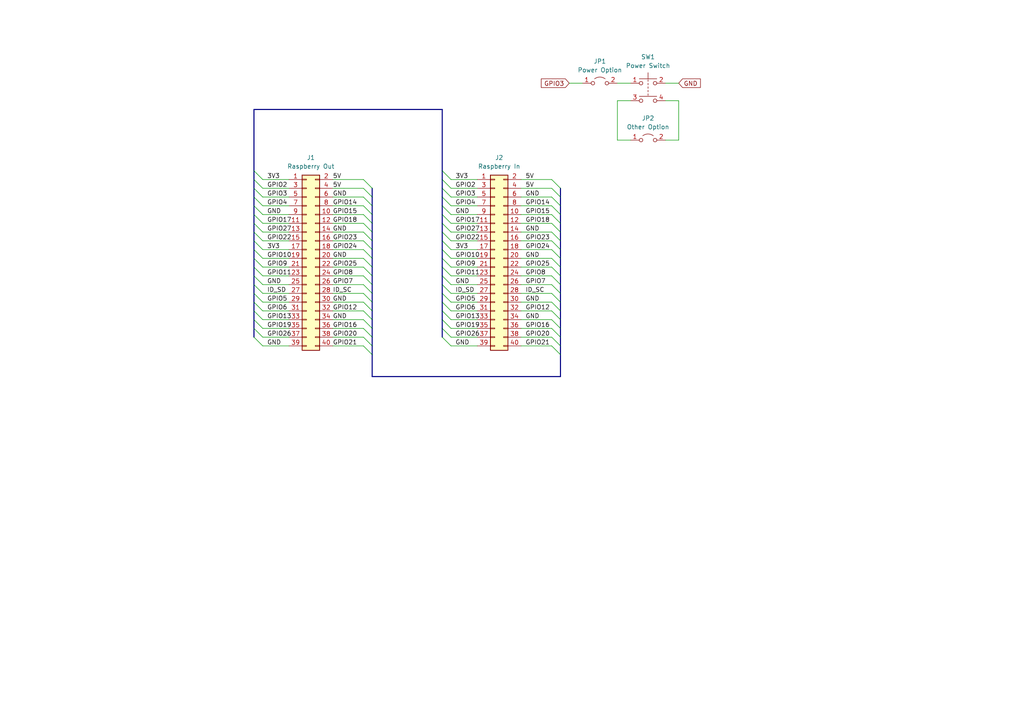
<source format=kicad_sch>
(kicad_sch (version 20220404) (generator eeschema)
  (paper "A4")
  (lib_symbols
    (symbol "Connector_Generic:Conn_02x20_Odd_Even" (pin_names (offset 1.016) hide)
      (property "Reference" "J" (at 1.27 25.4 0))
      (property "Value" "Conn_02x20_Odd_Even" (at 1.27 -27.94 0))
      (symbol "Conn_02x20_Odd_Even_1_1"
        (rectangle (start -1.27 -25.273) (end 0 -25.527) (stroke (width 0.1524)))
        (rectangle (start -1.27 -22.733) (end 0 -22.987) (stroke (width 0.1524)))
        (rectangle (start -1.27 -20.193) (end 0 -20.447) (stroke (width 0.1524)))
        (rectangle (start -1.27 -17.653) (end 0 -17.907) (stroke (width 0.1524)))
        (rectangle (start -1.27 -15.113) (end 0 -15.367) (stroke (width 0.1524)))
        (rectangle (start -1.27 -12.573) (end 0 -12.827) (stroke (width 0.1524)))
        (rectangle (start -1.27 -10.033) (end 0 -10.287) (stroke (width 0.1524)))
        (rectangle (start -1.27 -7.493) (end 0 -7.747) (stroke (width 0.1524)))
        (rectangle (start -1.27 -4.953) (end 0 -5.207) (stroke (width 0.1524)))
        (rectangle (start -1.27 -2.413) (end 0 -2.667) (stroke (width 0.1524)))
        (rectangle (start -1.27 0.127) (end 0 -0.127) (stroke (width 0.1524)))
        (rectangle (start -1.27 2.667) (end 0 2.413) (stroke (width 0.1524)))
        (rectangle (start -1.27 5.207) (end 0 4.953) (stroke (width 0.1524)))
        (rectangle (start -1.27 7.747) (end 0 7.493) (stroke (width 0.1524)))
        (rectangle (start -1.27 10.287) (end 0 10.033) (stroke (width 0.1524)))
        (rectangle (start -1.27 12.827) (end 0 12.573) (stroke (width 0.1524)))
        (rectangle (start -1.27 15.367) (end 0 15.113) (stroke (width 0.1524)))
        (rectangle (start -1.27 17.907) (end 0 17.653) (stroke (width 0.1524)))
        (rectangle (start -1.27 20.447) (end 0 20.193) (stroke (width 0.1524)))
        (rectangle (start -1.27 22.987) (end 0 22.733) (stroke (width 0.1524)))
        (rectangle (start -1.27 24.13) (end 3.81 -26.67) (stroke (width 0.254)) (fill (type background)))
        (rectangle (start 3.81 -25.273) (end 2.54 -25.527) (stroke (width 0.1524)))
        (rectangle (start 3.81 -22.733) (end 2.54 -22.987) (stroke (width 0.1524)))
        (rectangle (start 3.81 -20.193) (end 2.54 -20.447) (stroke (width 0.1524)))
        (rectangle (start 3.81 -17.653) (end 2.54 -17.907) (stroke (width 0.1524)))
        (rectangle (start 3.81 -15.113) (end 2.54 -15.367) (stroke (width 0.1524)))
        (rectangle (start 3.81 -12.573) (end 2.54 -12.827) (stroke (width 0.1524)))
        (rectangle (start 3.81 -10.033) (end 2.54 -10.287) (stroke (width 0.1524)))
        (rectangle (start 3.81 -7.493) (end 2.54 -7.747) (stroke (width 0.1524)))
        (rectangle (start 3.81 -4.953) (end 2.54 -5.207) (stroke (width 0.1524)))
        (rectangle (start 3.81 -2.413) (end 2.54 -2.667) (stroke (width 0.1524)))
        (rectangle (start 3.81 0.127) (end 2.54 -0.127) (stroke (width 0.1524)))
        (rectangle (start 3.81 2.667) (end 2.54 2.413) (stroke (width 0.1524)))
        (rectangle (start 3.81 5.207) (end 2.54 4.953) (stroke (width 0.1524)))
        (rectangle (start 3.81 7.747) (end 2.54 7.493) (stroke (width 0.1524)))
        (rectangle (start 3.81 10.287) (end 2.54 10.033) (stroke (width 0.1524)))
        (rectangle (start 3.81 12.827) (end 2.54 12.573) (stroke (width 0.1524)))
        (rectangle (start 3.81 15.367) (end 2.54 15.113) (stroke (width 0.1524)))
        (rectangle (start 3.81 17.907) (end 2.54 17.653) (stroke (width 0.1524)))
        (rectangle (start 3.81 20.447) (end 2.54 20.193) (stroke (width 0.1524)))
        (rectangle (start 3.81 22.987) (end 2.54 22.733) (stroke (width 0.1524)))
        (pin passive line (at -5.08 22.86 0) (length 3.81) (name "Pin_1") (number "1"))
        (pin passive line (at 7.62 12.7 180) (length 3.81) (name "Pin_10") (number "10"))
        (pin passive line (at -5.08 10.16 0) (length 3.81) (name "Pin_11") (number "11"))
        (pin passive line (at 7.62 10.16 180) (length 3.81) (name "Pin_12") (number "12"))
        (pin passive line (at -5.08 7.62 0) (length 3.81) (name "Pin_13") (number "13"))
        (pin passive line (at 7.62 7.62 180) (length 3.81) (name "Pin_14") (number "14"))
        (pin passive line (at -5.08 5.08 0) (length 3.81) (name "Pin_15") (number "15"))
        (pin passive line (at 7.62 5.08 180) (length 3.81) (name "Pin_16") (number "16"))
        (pin passive line (at -5.08 2.54 0) (length 3.81) (name "Pin_17") (number "17"))
        (pin passive line (at 7.62 2.54 180) (length 3.81) (name "Pin_18") (number "18"))
        (pin passive line (at -5.08 0 0) (length 3.81) (name "Pin_19") (number "19"))
        (pin passive line (at 7.62 22.86 180) (length 3.81) (name "Pin_2") (number "2"))
        (pin passive line (at 7.62 0 180) (length 3.81) (name "Pin_20") (number "20"))
        (pin passive line (at -5.08 -2.54 0) (length 3.81) (name "Pin_21") (number "21"))
        (pin passive line (at 7.62 -2.54 180) (length 3.81) (name "Pin_22") (number "22"))
        (pin passive line (at -5.08 -5.08 0) (length 3.81) (name "Pin_23") (number "23"))
        (pin passive line (at 7.62 -5.08 180) (length 3.81) (name "Pin_24") (number "24"))
        (pin passive line (at -5.08 -7.62 0) (length 3.81) (name "Pin_25") (number "25"))
        (pin passive line (at 7.62 -7.62 180) (length 3.81) (name "Pin_26") (number "26"))
        (pin passive line (at -5.08 -10.16 0) (length 3.81) (name "Pin_27") (number "27"))
        (pin passive line (at 7.62 -10.16 180) (length 3.81) (name "Pin_28") (number "28"))
        (pin passive line (at -5.08 -12.7 0) (length 3.81) (name "Pin_29") (number "29"))
        (pin passive line (at -5.08 20.32 0) (length 3.81) (name "Pin_3") (number "3"))
        (pin passive line (at 7.62 -12.7 180) (length 3.81) (name "Pin_30") (number "30"))
        (pin passive line (at -5.08 -15.24 0) (length 3.81) (name "Pin_31") (number "31"))
        (pin passive line (at 7.62 -15.24 180) (length 3.81) (name "Pin_32") (number "32"))
        (pin passive line (at -5.08 -17.78 0) (length 3.81) (name "Pin_33") (number "33"))
        (pin passive line (at 7.62 -17.78 180) (length 3.81) (name "Pin_34") (number "34"))
        (pin passive line (at -5.08 -20.32 0) (length 3.81) (name "Pin_35") (number "35"))
        (pin passive line (at 7.62 -20.32 180) (length 3.81) (name "Pin_36") (number "36"))
        (pin passive line (at -5.08 -22.86 0) (length 3.81) (name "Pin_37") (number "37"))
        (pin passive line (at 7.62 -22.86 180) (length 3.81) (name "Pin_38") (number "38"))
        (pin passive line (at -5.08 -25.4 0) (length 3.81) (name "Pin_39") (number "39"))
        (pin passive line (at 7.62 20.32 180) (length 3.81) (name "Pin_4") (number "4"))
        (pin passive line (at 7.62 -25.4 180) (length 3.81) (name "Pin_40") (number "40"))
        (pin passive line (at -5.08 17.78 0) (length 3.81) (name "Pin_5") (number "5"))
        (pin passive line (at 7.62 17.78 180) (length 3.81) (name "Pin_6") (number "6"))
        (pin passive line (at -5.08 15.24 0) (length 3.81) (name "Pin_7") (number "7"))
        (pin passive line (at 7.62 15.24 180) (length 3.81) (name "Pin_8") (number "8"))
        (pin passive line (at -5.08 12.7 0) (length 3.81) (name "Pin_9") (number "9"))
      )
    )
    (symbol "Jumper:Jumper_2_Open" (pin_names (offset 0) hide)
      (property "Reference" "JP" (at 0 2.794 0))
      (property "Value" "Jumper_2_Open" (at 0 -2.286 0))
      (symbol "Jumper_2_Open_0_0"
        (circle (center -2.032 0) (radius 0.508))
        (circle (center 2.032 0) (radius 0.508))
      )
      (symbol "Jumper_2_Open_0_1"
        (arc (start 1.524 1.27) (mid 0 1.778) (end -1.524 1.27))
      )
      (symbol "Jumper_2_Open_1_1"
        (pin passive line (at -5.08 0 0) (length 2.54) (name "A") (number "1"))
        (pin passive line (at 5.08 0 180) (length 2.54) (name "B") (number "2"))
      )
    )
    (symbol "Switch:SW_Push_Dual" (pin_names (offset 1.016) hide)
      (property "Reference" "SW" (at 1.27 2.54 0))
      (property "Value" "SW_Push_Dual" (at 0 -6.858 0))
      (symbol "SW_Push_Dual_0_1"
        (circle (center -2.032 -5.08) (radius 0.508))
        (circle (center -2.032 0) (radius 0.508))
        (polyline (pts (xy 0 -3.048) (xy 0 -3.556)))
        (polyline (pts (xy 0 -2.032) (xy 0 -2.54)))
        (polyline (pts (xy 0 -1.524) (xy 0 -1.016)))
        (polyline (pts (xy 0 -0.508) (xy 0 0)))
        (polyline (pts (xy 0 0.508) (xy 0 1.016)))
        (polyline (pts (xy 0 1.27) (xy 0 3.048)))
        (polyline (pts (xy 2.54 -3.81) (xy -2.54 -3.81)))
        (polyline (pts (xy 2.54 1.27) (xy -2.54 1.27)))
        (circle (center 2.032 -5.08) (radius 0.508))
        (circle (center 2.032 0) (radius 0.508))
        (pin passive line (at -5.08 0 0) (length 2.54) (name "1") (number "1"))
        (pin passive line (at 5.08 0 180) (length 2.54) (name "2") (number "2"))
        (pin passive line (at -5.08 -5.08 0) (length 2.54) (name "3") (number "3"))
        (pin passive line (at 5.08 -5.08 180) (length 2.54) (name "4") (number "4"))
      )
    )
  )
  (bus_entry (at 128.27 92.71) (size 2.54 2.54))
  (bus_entry (at 128.27 90.17) (size 2.54 2.54))
  (bus_entry (at 160.02 59.69) (size 2.54 2.54))
  (bus_entry (at 160.02 62.23) (size 2.54 2.54))
  (bus_entry (at 160.02 64.77) (size 2.54 2.54))
  (bus_entry (at 160.02 67.31) (size 2.54 2.54))
  (bus_entry (at 160.02 69.85) (size 2.54 2.54))
  (bus_entry (at 160.02 97.79) (size 2.54 2.54))
  (bus_entry (at 160.02 100.33) (size 2.54 2.54))
  (bus_entry (at 160.02 72.39) (size 2.54 2.54))
  (bus_entry (at 160.02 74.93) (size 2.54 2.54))
  (bus_entry (at 160.02 77.47) (size 2.54 2.54))
  (bus_entry (at 160.02 80.01) (size 2.54 2.54))
  (bus_entry (at 160.02 82.55) (size 2.54 2.54))
  (bus_entry (at 160.02 85.09) (size 2.54 2.54))
  (bus_entry (at 160.02 87.63) (size 2.54 2.54))
  (bus_entry (at 160.02 90.17) (size 2.54 2.54))
  (bus_entry (at 160.02 92.71) (size 2.54 2.54))
  (bus_entry (at 160.02 95.25) (size 2.54 2.54))
  (bus_entry (at 105.41 64.77) (size 2.54 2.54))
  (bus_entry (at 105.41 67.31) (size 2.54 2.54))
  (bus_entry (at 105.41 69.85) (size 2.54 2.54))
  (bus_entry (at 105.41 72.39) (size 2.54 2.54))
  (bus_entry (at 105.41 100.33) (size 2.54 2.54))
  (bus_entry (at 128.27 80.01) (size 2.54 2.54))
  (bus_entry (at 128.27 82.55) (size 2.54 2.54))
  (bus_entry (at 128.27 85.09) (size 2.54 2.54))
  (bus_entry (at 128.27 87.63) (size 2.54 2.54))
  (bus_entry (at 128.27 49.53) (size 2.54 2.54))
  (bus_entry (at 128.27 52.07) (size 2.54 2.54))
  (bus_entry (at 128.27 54.61) (size 2.54 2.54))
  (bus_entry (at 128.27 57.15) (size 2.54 2.54))
  (bus_entry (at 128.27 59.69) (size 2.54 2.54))
  (bus_entry (at 128.27 62.23) (size 2.54 2.54))
  (bus_entry (at 128.27 64.77) (size 2.54 2.54))
  (bus_entry (at 128.27 67.31) (size 2.54 2.54))
  (bus_entry (at 128.27 69.85) (size 2.54 2.54))
  (bus_entry (at 128.27 72.39) (size 2.54 2.54))
  (bus_entry (at 128.27 74.93) (size 2.54 2.54))
  (bus_entry (at 128.27 97.79) (size 2.54 2.54))
  (bus_entry (at 128.27 95.25) (size 2.54 2.54))
  (bus_entry (at 160.02 52.07) (size 2.54 2.54))
  (bus_entry (at 160.02 54.61) (size 2.54 2.54))
  (bus_entry (at 160.02 57.15) (size 2.54 2.54))
  (bus_entry (at 128.27 77.47) (size 2.54 2.54))
  (bus_entry (at 105.41 74.93) (size 2.54 2.54))
  (bus_entry (at 105.41 77.47) (size 2.54 2.54))
  (bus_entry (at 105.41 80.01) (size 2.54 2.54))
  (bus_entry (at 105.41 82.55) (size 2.54 2.54))
  (bus_entry (at 105.41 85.09) (size 2.54 2.54))
  (bus_entry (at 105.41 87.63) (size 2.54 2.54))
  (bus_entry (at 105.41 90.17) (size 2.54 2.54))
  (bus_entry (at 105.41 92.71) (size 2.54 2.54))
  (bus_entry (at 73.66 59.69) (size 2.54 2.54))
  (bus_entry (at 73.66 62.23) (size 2.54 2.54))
  (bus_entry (at 73.66 64.77) (size 2.54 2.54))
  (bus_entry (at 73.66 67.31) (size 2.54 2.54))
  (bus_entry (at 73.66 87.63) (size 2.54 2.54))
  (bus_entry (at 73.66 85.09) (size 2.54 2.54))
  (bus_entry (at 73.66 82.55) (size 2.54 2.54))
  (bus_entry (at 73.66 80.01) (size 2.54 2.54))
  (bus_entry (at 73.66 77.47) (size 2.54 2.54))
  (bus_entry (at 73.66 69.85) (size 2.54 2.54))
  (bus_entry (at 73.66 72.39) (size 2.54 2.54))
  (bus_entry (at 73.66 74.93) (size 2.54 2.54))
  (bus_entry (at 73.66 49.53) (size 2.54 2.54))
  (bus_entry (at 73.66 52.07) (size 2.54 2.54))
  (bus_entry (at 73.66 54.61) (size 2.54 2.54))
  (bus_entry (at 73.66 57.15) (size 2.54 2.54))
  (bus_entry (at 105.41 52.07) (size 2.54 2.54))
  (bus_entry (at 105.41 57.15) (size 2.54 2.54))
  (bus_entry (at 105.41 54.61) (size 2.54 2.54))
  (bus_entry (at 105.41 59.69) (size 2.54 2.54))
  (bus_entry (at 105.41 62.23) (size 2.54 2.54))
  (bus_entry (at 105.41 95.25) (size 2.54 2.54))
  (bus_entry (at 105.41 97.79) (size 2.54 2.54))
  (bus_entry (at 73.66 92.71) (size 2.54 2.54))
  (bus_entry (at 73.66 95.25) (size 2.54 2.54))
  (bus_entry (at 73.66 97.79) (size 2.54 2.54))
  (bus_entry (at 73.66 90.17) (size 2.54 2.54))
  (wire (pts (xy 130.81 52.07) (xy 138.43 52.07)))
  (bus (pts (xy 73.66 95.25) (xy 73.66 92.71)))
  (bus (pts (xy 107.95 69.85) (xy 107.95 72.39)))
  (wire (pts (xy 130.81 82.55) (xy 138.43 82.55)))
  (wire (pts (xy 151.13 95.25) (xy 160.02 95.25)))
  (bus (pts (xy 73.66 49.53) (xy 73.66 31.75)))
  (bus (pts (xy 107.95 87.63) (xy 107.95 90.17)))
  (wire (pts (xy 76.2 72.39) (xy 83.82 72.39)))
  (bus (pts (xy 162.56 67.31) (xy 162.56 69.85)))
  (bus (pts (xy 107.95 80.01) (xy 107.95 82.55)))
  (wire (pts (xy 96.52 95.25) (xy 105.41 95.25)))
  (wire (pts (xy 76.2 57.15) (xy 83.82 57.15)))
  (wire (pts (xy 76.2 82.55) (xy 83.82 82.55)))
  (wire (pts (xy 96.52 85.09) (xy 105.41 85.09)))
  (bus (pts (xy 73.66 87.63) (xy 73.66 85.09)))
  (wire (pts (xy 96.52 52.07) (xy 105.41 52.07)))
  (wire (pts (xy 96.52 64.77) (xy 105.41 64.77)))
  (bus (pts (xy 162.56 59.69) (xy 162.56 62.23)))
  (bus (pts (xy 107.95 67.31) (xy 107.95 69.85)))
  (bus (pts (xy 107.95 59.69) (xy 107.95 62.23)))
  (wire (pts (xy 96.52 82.55) (xy 105.41 82.55)))
  (bus (pts (xy 107.95 74.93) (xy 107.95 77.47)))
  (bus (pts (xy 128.27 31.75) (xy 128.27 49.53)))
  (bus (pts (xy 162.56 82.55) (xy 162.56 85.09)))
  (wire (pts (xy 151.13 85.09) (xy 160.02 85.09)))
  (wire (pts (xy 76.2 77.47) (xy 83.82 77.47)))
  (wire (pts (xy 130.81 87.63) (xy 138.43 87.63)))
  (wire (pts (xy 130.81 59.69) (xy 138.43 59.69)))
  (wire (pts (xy 130.81 100.33) (xy 138.43 100.33)))
  (wire (pts (xy 76.2 69.85) (xy 83.82 69.85)))
  (wire (pts (xy 96.52 59.69) (xy 105.41 59.69)))
  (wire (pts (xy 130.81 57.15) (xy 138.43 57.15)))
  (wire (pts (xy 151.13 82.55) (xy 160.02 82.55)))
  (wire (pts (xy 130.81 74.93) (xy 138.43 74.93)))
  (wire (pts (xy 96.52 100.33) (xy 105.41 100.33)))
  (wire (pts (xy 165.1 24.13) (xy 168.91 24.13)))
  (wire (pts (xy 76.2 52.07) (xy 83.82 52.07)))
  (wire (pts (xy 151.13 100.33) (xy 160.02 100.33)))
  (bus (pts (xy 128.27 72.39) (xy 128.27 74.93)))
  (wire (pts (xy 151.13 54.61) (xy 160.02 54.61)))
  (wire (pts (xy 96.52 80.01) (xy 105.41 80.01)))
  (bus (pts (xy 73.66 72.39) (xy 73.66 69.85)))
  (bus (pts (xy 107.95 57.15) (xy 107.95 59.69)))
  (bus (pts (xy 162.56 85.09) (xy 162.56 87.63)))
  (bus (pts (xy 162.56 97.79) (xy 162.56 100.33)))
  (wire (pts (xy 130.81 72.39) (xy 138.43 72.39)))
  (wire (pts (xy 96.52 92.71) (xy 105.41 92.71)))
  (wire (pts (xy 96.52 74.93) (xy 105.41 74.93)))
  (wire (pts (xy 96.52 69.85) (xy 105.41 69.85)))
  (bus (pts (xy 128.27 92.71) (xy 128.27 95.25)))
  (wire (pts (xy 96.52 67.31) (xy 105.41 67.31)))
  (wire (pts (xy 130.81 54.61) (xy 138.43 54.61)))
  (wire (pts (xy 151.13 72.39) (xy 160.02 72.39)))
  (bus (pts (xy 128.27 57.15) (xy 128.27 59.69)))
  (bus (pts (xy 162.56 77.47) (xy 162.56 80.01)))
  (bus (pts (xy 128.27 59.69) (xy 128.27 62.23)))
  (wire (pts (xy 130.81 90.17) (xy 138.43 90.17)))
  (bus (pts (xy 73.66 31.75) (xy 128.27 31.75)))
  (wire (pts (xy 130.81 95.25) (xy 138.43 95.25)))
  (bus (pts (xy 128.27 90.17) (xy 128.27 92.71)))
  (bus (pts (xy 162.56 62.23) (xy 162.56 64.77)))
  (wire (pts (xy 151.13 92.71) (xy 160.02 92.71)))
  (bus (pts (xy 107.95 109.22) (xy 162.56 109.22)))
  (wire (pts (xy 96.52 77.47) (xy 105.41 77.47)))
  (wire (pts (xy 96.52 62.23) (xy 105.41 62.23)))
  (bus (pts (xy 128.27 69.85) (xy 128.27 72.39)))
  (wire (pts (xy 130.81 64.77) (xy 138.43 64.77)))
  (wire (pts (xy 76.2 85.09) (xy 83.82 85.09)))
  (wire (pts (xy 151.13 57.15) (xy 160.02 57.15)))
  (wire (pts (xy 130.81 69.85) (xy 138.43 69.85)))
  (wire (pts (xy 151.13 90.17) (xy 160.02 90.17)))
  (wire (pts (xy 130.81 77.47) (xy 138.43 77.47)))
  (bus (pts (xy 73.66 67.31) (xy 73.66 64.77)))
  (wire (pts (xy 76.2 95.25) (xy 83.82 95.25)))
  (bus (pts (xy 128.27 87.63) (xy 128.27 90.17)))
  (wire (pts (xy 76.2 64.77) (xy 83.82 64.77)))
  (bus (pts (xy 128.27 62.23) (xy 128.27 64.77)))
  (bus (pts (xy 107.95 92.71) (xy 107.95 95.25)))
  (bus (pts (xy 162.56 72.39) (xy 162.56 74.93)))
  (wire (pts (xy 182.88 29.21) (xy 179.07 29.21)))
  (bus (pts (xy 128.27 64.77) (xy 128.27 67.31)))
  (bus (pts (xy 162.56 100.33) (xy 162.56 102.87)))
  (bus (pts (xy 107.95 77.47) (xy 107.95 80.01)))
  (bus (pts (xy 107.95 54.61) (xy 107.95 57.15)))
  (bus (pts (xy 73.66 57.15) (xy 73.66 54.61)))
  (bus (pts (xy 107.95 102.87) (xy 107.95 109.22)))
  (bus (pts (xy 128.27 52.07) (xy 128.27 54.61)))
  (bus (pts (xy 73.66 77.47) (xy 73.66 74.93)))
  (bus (pts (xy 73.66 52.07) (xy 73.66 49.53)))
  (wire (pts (xy 151.13 77.47) (xy 160.02 77.47)))
  (bus (pts (xy 107.95 90.17) (xy 107.95 92.71)))
  (bus (pts (xy 107.95 95.25) (xy 107.95 97.79)))
  (wire (pts (xy 130.81 97.79) (xy 138.43 97.79)))
  (wire (pts (xy 96.52 57.15) (xy 105.41 57.15)))
  (bus (pts (xy 162.56 87.63) (xy 162.56 90.17)))
  (wire (pts (xy 179.07 24.13) (xy 182.88 24.13)))
  (wire (pts (xy 196.85 29.21) (xy 196.85 40.64)))
  (wire (pts (xy 76.2 92.71) (xy 83.82 92.71)))
  (bus (pts (xy 162.56 54.61) (xy 162.56 57.15)))
  (wire (pts (xy 151.13 74.93) (xy 160.02 74.93)))
  (wire (pts (xy 96.52 97.79) (xy 105.41 97.79)))
  (bus (pts (xy 162.56 80.01) (xy 162.56 82.55)))
  (wire (pts (xy 193.04 24.13) (xy 196.85 24.13)))
  (wire (pts (xy 130.81 85.09) (xy 138.43 85.09)))
  (wire (pts (xy 130.81 92.71) (xy 138.43 92.71)))
  (wire (pts (xy 151.13 80.01) (xy 160.02 80.01)))
  (bus (pts (xy 128.27 74.93) (xy 128.27 77.47)))
  (bus (pts (xy 128.27 67.31) (xy 128.27 69.85)))
  (bus (pts (xy 162.56 69.85) (xy 162.56 72.39)))
  (wire (pts (xy 96.52 72.39) (xy 105.41 72.39)))
  (wire (pts (xy 151.13 69.85) (xy 160.02 69.85)))
  (wire (pts (xy 96.52 87.63) (xy 105.41 87.63)))
  (bus (pts (xy 128.27 85.09) (xy 128.27 87.63)))
  (bus (pts (xy 107.95 97.79) (xy 107.95 100.33)))
  (bus (pts (xy 73.66 97.79) (xy 73.66 95.25)))
  (bus (pts (xy 107.95 100.33) (xy 107.95 102.87)))
  (wire (pts (xy 193.04 29.21) (xy 196.85 29.21)))
  (bus (pts (xy 162.56 95.25) (xy 162.56 97.79)))
  (bus (pts (xy 128.27 80.01) (xy 128.27 82.55)))
  (wire (pts (xy 151.13 67.31) (xy 160.02 67.31)))
  (bus (pts (xy 107.95 64.77) (xy 107.95 67.31)))
  (wire (pts (xy 76.2 100.33) (xy 83.82 100.33)))
  (wire (pts (xy 151.13 97.79) (xy 160.02 97.79)))
  (bus (pts (xy 73.66 92.71) (xy 73.66 90.17)))
  (wire (pts (xy 76.2 87.63) (xy 83.82 87.63)))
  (wire (pts (xy 130.81 62.23) (xy 138.43 62.23)))
  (bus (pts (xy 107.95 62.23) (xy 107.95 64.77)))
  (wire (pts (xy 76.2 80.01) (xy 83.82 80.01)))
  (wire (pts (xy 76.2 90.17) (xy 83.82 90.17)))
  (bus (pts (xy 128.27 95.25) (xy 128.27 97.79)))
  (wire (pts (xy 151.13 59.69) (xy 160.02 59.69)))
  (wire (pts (xy 151.13 52.07) (xy 160.02 52.07)))
  (wire (pts (xy 193.04 40.64) (xy 196.85 40.64)))
  (wire (pts (xy 151.13 62.23) (xy 160.02 62.23)))
  (bus (pts (xy 73.66 85.09) (xy 73.66 82.55)))
  (bus (pts (xy 73.66 62.23) (xy 73.66 59.69)))
  (wire (pts (xy 151.13 87.63) (xy 160.02 87.63)))
  (bus (pts (xy 162.56 74.93) (xy 162.56 77.47)))
  (bus (pts (xy 162.56 102.87) (xy 162.56 109.22)))
  (bus (pts (xy 128.27 49.53) (xy 128.27 52.07)))
  (bus (pts (xy 73.66 59.69) (xy 73.66 57.15)))
  (wire (pts (xy 76.2 62.23) (xy 83.82 62.23)))
  (bus (pts (xy 73.66 80.01) (xy 73.66 77.47)))
  (wire (pts (xy 96.52 54.61) (xy 105.41 54.61)))
  (bus (pts (xy 73.66 69.85) (xy 73.66 67.31)))
  (wire (pts (xy 130.81 67.31) (xy 138.43 67.31)))
  (wire (pts (xy 179.07 29.21) (xy 179.07 40.64)))
  (bus (pts (xy 73.66 64.77) (xy 73.66 62.23)))
  (wire (pts (xy 76.2 54.61) (xy 83.82 54.61)))
  (bus (pts (xy 73.66 90.17) (xy 73.66 87.63)))
  (bus (pts (xy 128.27 82.55) (xy 128.27 85.09)))
  (wire (pts (xy 96.52 90.17) (xy 105.41 90.17)))
  (wire (pts (xy 76.2 97.79) (xy 83.82 97.79)))
  (wire (pts (xy 179.07 40.64) (xy 182.88 40.64)))
  (bus (pts (xy 107.95 85.09) (xy 107.95 87.63)))
  (bus (pts (xy 73.66 82.55) (xy 73.66 80.01)))
  (bus (pts (xy 128.27 77.47) (xy 128.27 80.01)))
  (bus (pts (xy 107.95 72.39) (xy 107.95 74.93)))
  (wire (pts (xy 151.13 64.77) (xy 160.02 64.77)))
  (bus (pts (xy 162.56 64.77) (xy 162.56 67.31)))
  (wire (pts (xy 130.81 80.01) (xy 138.43 80.01)))
  (bus (pts (xy 128.27 54.61) (xy 128.27 57.15)))
  (wire (pts (xy 76.2 74.93) (xy 83.82 74.93)))
  (wire (pts (xy 76.2 67.31) (xy 83.82 67.31)))
  (bus (pts (xy 162.56 92.71) (xy 162.56 95.25)))
  (bus (pts (xy 162.56 57.15) (xy 162.56 59.69)))
  (wire (pts (xy 76.2 59.69) (xy 83.82 59.69)))
  (bus (pts (xy 73.66 74.93) (xy 73.66 72.39)))
  (bus (pts (xy 73.66 54.61) (xy 73.66 52.07)))
  (bus (pts (xy 162.56 90.17) (xy 162.56 92.71)))
  (bus (pts (xy 107.95 82.55) (xy 107.95 85.09)))
  (label "ID_SD" (at 77.47 85.09 0))
  (label "GPIO14" (at 152.4 59.69 0))
  (label "GND" (at 96.52 57.15 0))
  (label "GPIO14" (at 96.52 59.69 0))
  (label "GPIO19" (at 77.47 95.25 0))
  (label "GPIO12" (at 152.4 90.17 0))
  (label "GPIO20" (at 96.52 97.79 0))
  (label "GPIO24" (at 152.4 72.39 0))
  (label "GPIO22" (at 132.08 69.85 0))
  (label "GPIO22" (at 77.47 69.85 0))
  (label "5V" (at 96.52 52.07 0))
  (label "GPIO8" (at 152.4 80.01 0))
  (label "GPIO24" (at 96.52 72.39 0))
  (label "GND" (at 96.52 74.93 0))
  (label "GPIO2" (at 77.47 54.61 0))
  (label "GPIO26" (at 132.08 97.79 0))
  (label "GPIO23" (at 152.4 69.85 0))
  (label "GPIO16" (at 152.4 95.25 0))
  (label "GPIO27" (at 132.08 67.31 0))
  (label "GPIO9" (at 132.08 77.47 0))
  (label "GPIO17" (at 77.47 64.77 0))
  (label "GND" (at 77.47 100.33 0))
  (label "GPIO18" (at 152.4 64.77 0))
  (label "GND" (at 96.52 87.63 0))
  (label "GPIO10" (at 77.47 74.93 0))
  (label "GND" (at 132.08 82.55 0))
  (label "GND" (at 152.4 92.71 0))
  (label "GND" (at 77.47 82.55 0))
  (label "GPIO6" (at 77.47 90.17 0))
  (label "3V3" (at 77.47 72.39 0))
  (label "GND" (at 152.4 74.93 0))
  (label "ID_SD" (at 132.08 85.09 0))
  (label "GND" (at 77.47 62.23 0))
  (label "GND" (at 96.52 67.31 0))
  (label "5V" (at 152.4 52.07 0))
  (label "GPIO9" (at 77.47 77.47 0))
  (label "GND" (at 132.08 100.33 0))
  (label "GPIO15" (at 152.4 62.23 0))
  (label "GPIO21" (at 96.52 100.33 0))
  (label "GND" (at 96.52 92.71 0))
  (label "GPIO12" (at 96.52 90.17 0))
  (label "GPIO11" (at 132.08 80.01 0))
  (label "GPIO20" (at 152.4 97.79 0))
  (label "ID_SC" (at 96.52 85.09 0))
  (label "GND" (at 152.4 57.15 0))
  (label "GPIO7" (at 152.4 82.55 0))
  (label "GPIO16" (at 96.52 95.25 0))
  (label "5V" (at 152.4 54.61 0))
  (label "GPIO26" (at 77.47 97.79 0))
  (label "GPIO8" (at 96.52 80.01 0))
  (label "5V" (at 96.52 54.61 0))
  (label "GPIO4" (at 77.47 59.69 0))
  (label "GND" (at 132.08 62.23 0))
  (label "3V3" (at 77.47 52.07 0))
  (label "3V3" (at 132.08 72.39 0))
  (label "GPIO2" (at 132.08 54.61 0))
  (label "3V3" (at 132.08 52.07 0))
  (label "GPIO27" (at 77.47 67.31 0))
  (label "GPIO3" (at 132.08 57.15 0))
  (label "GPIO13" (at 77.47 92.71 0))
  (label "GPIO7" (at 96.52 82.55 0))
  (label "GND" (at 152.4 87.63 0))
  (label "GPIO21" (at 152.4 100.33 0))
  (label "GPIO3" (at 77.47 57.15 0))
  (label "GPIO5" (at 77.47 87.63 0))
  (label "ID_SC" (at 152.4 85.09 0))
  (label "GPIO11" (at 77.47 80.01 0))
  (label "GPIO13" (at 132.08 92.71 0))
  (label "GPIO25" (at 96.52 77.47 0))
  (label "GPIO19" (at 132.08 95.25 0))
  (label "GND" (at 152.4 67.31 0))
  (label "GPIO17" (at 132.08 64.77 0))
  (label "GPIO25" (at 152.4 77.47 0))
  (label "GPIO18" (at 96.52 64.77 0))
  (label "GPIO6" (at 132.08 90.17 0))
  (label "GPIO4" (at 132.08 59.69 0))
  (label "GPIO15" (at 96.52 62.23 0))
  (label "GPIO5" (at 132.08 87.63 0))
  (label "GPIO23" (at 96.52 69.85 0))
  (label "GPIO10" (at 132.08 74.93 0))
  (global_label "GND" (shape input) (at 196.85 24.13 0) (property "Intersheet References" "${INTERSHEET_REFS}" (effects hide)))
  (global_label "GPIO3" (shape input) (at 165.1 24.13 180) (property "Intersheet References" "${INTERSHEET_REFS}" (effects hide)))
  (symbol (lib_id "Connector_Generic:Conn_02x20_Odd_Even") (at 88.9 74.93 0) (unit 1)
    (default_instance (reference "U") (unit 1) (value "") (footprint ""))
    (property "Reference" "J1" (at 90.17 45.72 0))
    (property "Value" "Raspberry Out" (at 90.17 48.26 0))
    (property "Footprint" "Connector_PinHeader_2.54mm:PinHeader_2x20_P2.54mm_Vertical" (effects hide))
  )
  (symbol (lib_id "Jumper:Jumper_2_Open") (at 187.96 40.64 0) (unit 1)
    (default_instance (reference "U") (unit 1) (value "") (footprint ""))
    (property "Reference" "JP2" (at 187.96 34.29 0))
    (property "Value" "Other Option" (at 187.96 36.83 0))
    (property "Footprint" "Connector_PinSocket_2.54mm:PinSocket_2x01_P2.54mm_Vertical" (effects hide))
  )
  (symbol (lib_id "Switch:SW_Push_Dual") (at 187.96 24.13 0) (unit 1)
    (default_instance (reference "U") (unit 1) (value "") (footprint ""))
    (property "Reference" "SW1" (at 187.96 16.51 0))
    (property "Value" "Power Switch" (at 187.96 19.05 0))
    (property "Footprint" "Button_Switch_THT:SW_PUSH-12mm" (effects hide))
  )
  (symbol (lib_id "Jumper:Jumper_2_Open") (at 173.99 24.13 0) (unit 1)
    (default_instance (reference "U") (unit 1) (value "") (footprint ""))
    (property "Reference" "JP1" (at 173.99 17.78 0))
    (property "Value" "Power Option" (at 173.99 20.32 0))
    (property "Footprint" "Connector_PinSocket_2.54mm:PinSocket_2x01_P2.54mm_Vertical" (effects hide))
  )
  (symbol (lib_id "Connector_Generic:Conn_02x20_Odd_Even") (at 143.51 74.93 0) (unit 1)
    (default_instance (reference "U") (unit 1) (value "") (footprint ""))
    (property "Reference" "J2" (at 144.78 45.72 0))
    (property "Value" "Raspberry In" (at 144.78 48.26 0))
    (property "Footprint" "Connector_PinHeader_2.54mm:PinHeader_2x20_P2.54mm_Vertical" (effects hide))
  )
)
</source>
